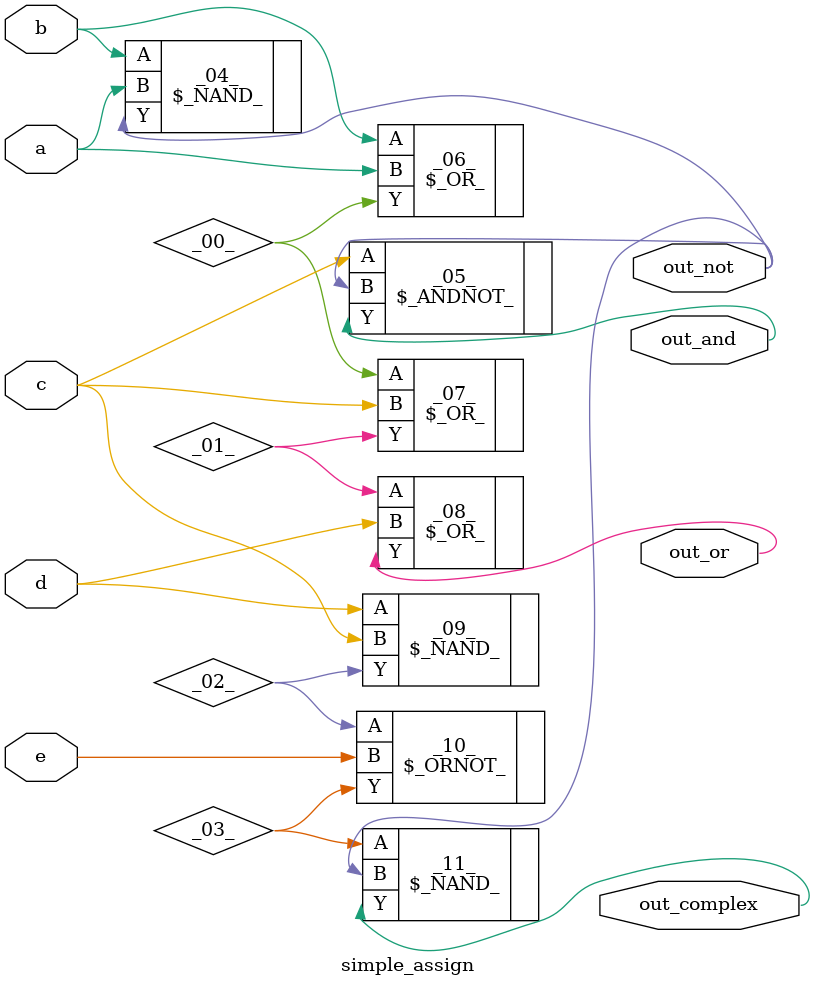
<source format=v>
/* Generated by Yosys 0.56+171 (git sha1 6fdcdd41d, g++ 11.4.0-1ubuntu1~22.04.2 -Og -fPIC) */

(* src = "dut.sv:1.1-19.10" *)
(* top =  1  *)
module simple_assign(a, b, c, d, e, out_and, out_or, out_not, out_complex);
  (* src = "dut.sv:2.16-2.17" *)
  input a;
  wire a;
  (* src = "dut.sv:3.16-3.17" *)
  input b;
  wire b;
  (* src = "dut.sv:4.16-4.17" *)
  input c;
  wire c;
  (* src = "dut.sv:5.16-5.17" *)
  input d;
  wire d;
  (* src = "dut.sv:6.16-6.17" *)
  input e;
  wire e;
  (* src = "dut.sv:7.17-7.24" *)
  output out_and;
  wire out_and;
  (* src = "dut.sv:8.17-8.23" *)
  output out_or;
  wire out_or;
  (* src = "dut.sv:9.17-9.24" *)
  output out_not;
  wire out_not;
  (* src = "dut.sv:10.17-10.28" *)
  output out_complex;
  wire out_complex;
  wire _00_;
  wire _01_;
  wire _02_;
  wire _03_;
  \$_NAND_  _04_ (
    .A(b),
    .B(a),
    .Y(out_not)
  );
  \$_ANDNOT_  _05_ (
    .A(c),
    .B(out_not),
    .Y(out_and)
  );
  \$_OR_  _06_ (
    .A(b),
    .B(a),
    .Y(_00_)
  );
  \$_OR_  _07_ (
    .A(_00_),
    .B(c),
    .Y(_01_)
  );
  \$_OR_  _08_ (
    .A(_01_),
    .B(d),
    .Y(out_or)
  );
  \$_NAND_  _09_ (
    .A(d),
    .B(c),
    .Y(_02_)
  );
  \$_ORNOT_  _10_ (
    .A(_02_),
    .B(e),
    .Y(_03_)
  );
  \$_NAND_  _11_ (
    .A(_03_),
    .B(out_not),
    .Y(out_complex)
  );
endmodule

</source>
